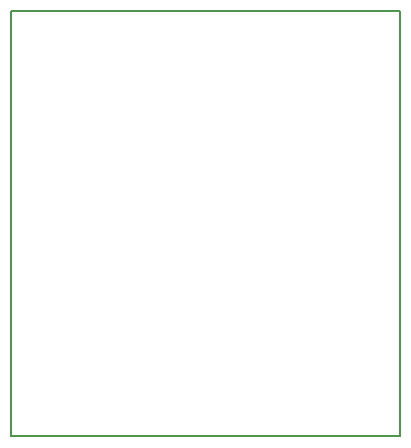
<source format=gbr>
G04 #@! TF.GenerationSoftware,KiCad,Pcbnew,5.0.1*
G04 #@! TF.CreationDate,2019-02-25T23:01:50+01:00*
G04 #@! TF.ProjectId,MCP1642 Eval Board,4D435031363432204576616C20426F61,rev?*
G04 #@! TF.SameCoordinates,Original*
G04 #@! TF.FileFunction,Profile,NP*
%FSLAX46Y46*%
G04 Gerber Fmt 4.6, Leading zero omitted, Abs format (unit mm)*
G04 Created by KiCad (PCBNEW 5.0.1) date Mon 25 Feb 2019 11:01:50 PM CET*
%MOMM*%
%LPD*%
G01*
G04 APERTURE LIST*
%ADD10C,0.150000*%
G04 APERTURE END LIST*
D10*
X125000000Y-109000000D02*
X125000000Y-73000000D01*
X158000000Y-109000000D02*
X125000000Y-109000000D01*
X158000000Y-73000000D02*
X158000000Y-109000000D01*
X125000000Y-73000000D02*
X158000000Y-73000000D01*
M02*

</source>
